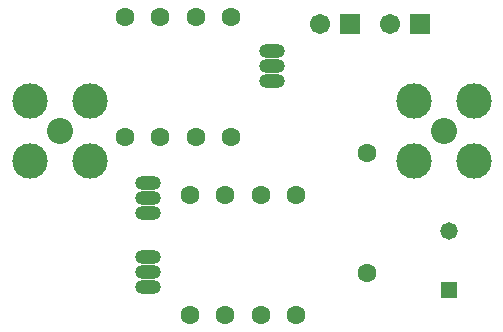
<source format=gbs>
G04*
G04 #@! TF.GenerationSoftware,Altium Limited,Altium Designer,23.1.1 (15)*
G04*
G04 Layer_Color=16711935*
%FSLAX44Y44*%
%MOMM*%
G71*
G04*
G04 #@! TF.SameCoordinates,0DFFAB6A-596F-4881-A06D-93F658BA65A8*
G04*
G04*
G04 #@! TF.FilePolarity,Negative*
G04*
G01*
G75*
%ADD15C,2.2032*%
%ADD16C,3.0032*%
%ADD17C,1.6032*%
%ADD18R,1.4782X1.4782*%
%ADD19C,1.4782*%
%ADD20O,2.2032X1.2032*%
%ADD21O,2.2032X1.2032*%
%ADD22R,1.7032X1.7032*%
%ADD23C,1.7032*%
D15*
X65000Y170000D02*
D03*
X390000D02*
D03*
D16*
X90400Y144600D02*
D03*
Y195400D02*
D03*
X39600D02*
D03*
Y144600D02*
D03*
X364600Y195400D02*
D03*
Y144600D02*
D03*
X415400D02*
D03*
Y195400D02*
D03*
D17*
X120000Y265800D02*
D03*
Y164200D02*
D03*
X150000D02*
D03*
Y265800D02*
D03*
X180000Y164200D02*
D03*
Y265800D02*
D03*
X210000Y164200D02*
D03*
Y265800D02*
D03*
X175000Y14200D02*
D03*
Y115800D02*
D03*
X235000Y14200D02*
D03*
Y115800D02*
D03*
X265000Y14200D02*
D03*
Y115800D02*
D03*
X325000Y150800D02*
D03*
Y49200D02*
D03*
X205000Y14200D02*
D03*
Y115800D02*
D03*
D18*
X395000Y35000D02*
D03*
D19*
Y85000D02*
D03*
D20*
X140000Y62700D02*
D03*
Y37300D02*
D03*
Y125400D02*
D03*
Y100000D02*
D03*
X245000Y212300D02*
D03*
Y237700D02*
D03*
D21*
X140000Y50000D02*
D03*
Y112700D02*
D03*
X245000Y225000D02*
D03*
D22*
X310400Y260000D02*
D03*
X370400D02*
D03*
D23*
X285000D02*
D03*
X345000D02*
D03*
M02*

</source>
